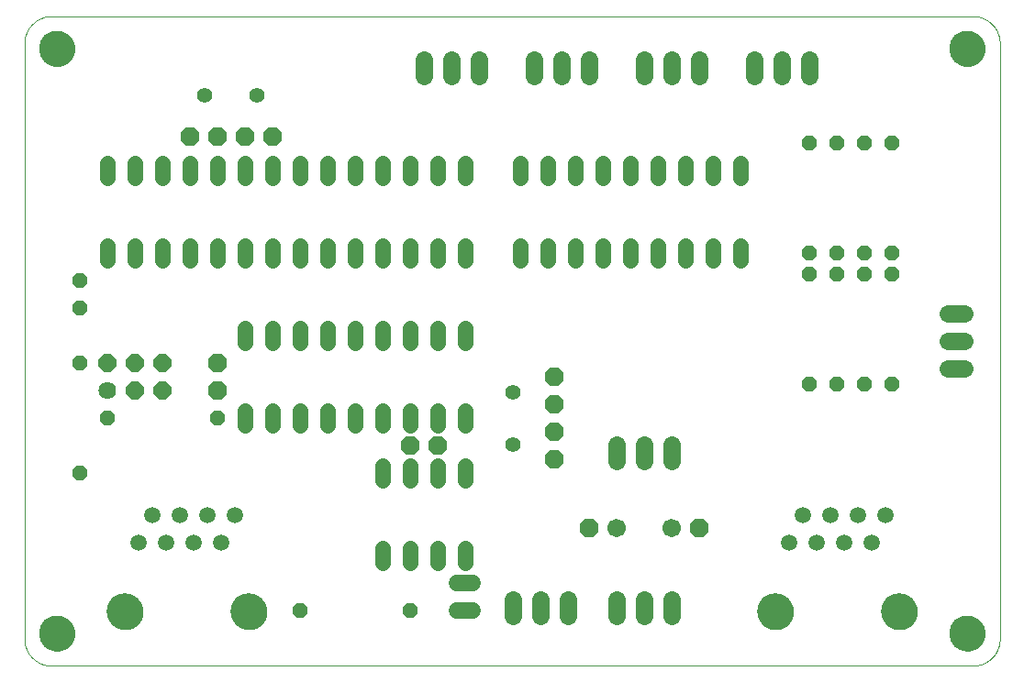
<source format=gbs>
G75*
%MOIN*%
%OFA0B0*%
%FSLAX25Y25*%
%IPPOS*%
%LPD*%
%AMOC8*
5,1,8,0,0,1.08239X$1,22.5*
%
%ADD10C,0.00000*%
%ADD11C,0.12998*%
%ADD12OC8,0.06700*%
%ADD13C,0.06700*%
%ADD14C,0.05600*%
%ADD15C,0.06400*%
%ADD16C,0.06000*%
%ADD17OC8,0.05600*%
%ADD18C,0.05600*%
%ADD19C,0.06400*%
%ADD20OC8,0.06400*%
%ADD21C,0.05900*%
%ADD22C,0.13200*%
D10*
X0026059Y0048303D02*
X0360705Y0048303D01*
X0360943Y0048306D01*
X0361181Y0048314D01*
X0361418Y0048329D01*
X0361655Y0048349D01*
X0361891Y0048375D01*
X0362127Y0048406D01*
X0362362Y0048443D01*
X0362596Y0048486D01*
X0362829Y0048535D01*
X0363061Y0048589D01*
X0363291Y0048649D01*
X0363520Y0048714D01*
X0363747Y0048785D01*
X0363972Y0048861D01*
X0364195Y0048943D01*
X0364417Y0049030D01*
X0364636Y0049122D01*
X0364853Y0049220D01*
X0365067Y0049322D01*
X0365279Y0049430D01*
X0365489Y0049544D01*
X0365695Y0049662D01*
X0365899Y0049785D01*
X0366099Y0049913D01*
X0366296Y0050045D01*
X0366491Y0050183D01*
X0366681Y0050325D01*
X0366869Y0050472D01*
X0367052Y0050623D01*
X0367232Y0050778D01*
X0367408Y0050938D01*
X0367580Y0051102D01*
X0367749Y0051271D01*
X0367913Y0051443D01*
X0368073Y0051619D01*
X0368228Y0051799D01*
X0368379Y0051982D01*
X0368526Y0052170D01*
X0368668Y0052360D01*
X0368806Y0052555D01*
X0368938Y0052752D01*
X0369066Y0052952D01*
X0369189Y0053156D01*
X0369307Y0053362D01*
X0369421Y0053572D01*
X0369529Y0053784D01*
X0369631Y0053998D01*
X0369729Y0054215D01*
X0369821Y0054434D01*
X0369908Y0054656D01*
X0369990Y0054879D01*
X0370066Y0055104D01*
X0370137Y0055331D01*
X0370202Y0055560D01*
X0370262Y0055790D01*
X0370316Y0056022D01*
X0370365Y0056255D01*
X0370408Y0056489D01*
X0370445Y0056724D01*
X0370476Y0056960D01*
X0370502Y0057196D01*
X0370522Y0057433D01*
X0370537Y0057670D01*
X0370545Y0057908D01*
X0370548Y0058146D01*
X0370547Y0058146D02*
X0370547Y0274681D01*
X0370548Y0274681D02*
X0370545Y0274919D01*
X0370537Y0275157D01*
X0370522Y0275394D01*
X0370502Y0275631D01*
X0370476Y0275867D01*
X0370445Y0276103D01*
X0370408Y0276338D01*
X0370365Y0276572D01*
X0370316Y0276805D01*
X0370262Y0277037D01*
X0370202Y0277267D01*
X0370137Y0277496D01*
X0370066Y0277723D01*
X0369990Y0277948D01*
X0369908Y0278171D01*
X0369821Y0278393D01*
X0369729Y0278612D01*
X0369631Y0278829D01*
X0369529Y0279043D01*
X0369421Y0279255D01*
X0369307Y0279465D01*
X0369189Y0279671D01*
X0369066Y0279875D01*
X0368938Y0280075D01*
X0368806Y0280272D01*
X0368668Y0280467D01*
X0368526Y0280657D01*
X0368379Y0280845D01*
X0368228Y0281028D01*
X0368073Y0281208D01*
X0367913Y0281384D01*
X0367749Y0281556D01*
X0367580Y0281725D01*
X0367408Y0281889D01*
X0367232Y0282049D01*
X0367052Y0282204D01*
X0366869Y0282355D01*
X0366681Y0282502D01*
X0366491Y0282644D01*
X0366296Y0282782D01*
X0366099Y0282914D01*
X0365899Y0283042D01*
X0365695Y0283165D01*
X0365489Y0283283D01*
X0365279Y0283397D01*
X0365067Y0283505D01*
X0364853Y0283607D01*
X0364636Y0283705D01*
X0364417Y0283797D01*
X0364195Y0283884D01*
X0363972Y0283966D01*
X0363747Y0284042D01*
X0363520Y0284113D01*
X0363291Y0284178D01*
X0363061Y0284238D01*
X0362829Y0284292D01*
X0362596Y0284341D01*
X0362362Y0284384D01*
X0362127Y0284421D01*
X0361891Y0284452D01*
X0361655Y0284478D01*
X0361418Y0284498D01*
X0361181Y0284513D01*
X0360943Y0284521D01*
X0360705Y0284524D01*
X0026059Y0284524D01*
X0025821Y0284521D01*
X0025583Y0284513D01*
X0025346Y0284498D01*
X0025109Y0284478D01*
X0024873Y0284452D01*
X0024637Y0284421D01*
X0024402Y0284384D01*
X0024168Y0284341D01*
X0023935Y0284292D01*
X0023703Y0284238D01*
X0023473Y0284178D01*
X0023244Y0284113D01*
X0023017Y0284042D01*
X0022792Y0283966D01*
X0022569Y0283884D01*
X0022347Y0283797D01*
X0022128Y0283705D01*
X0021911Y0283607D01*
X0021697Y0283505D01*
X0021485Y0283397D01*
X0021275Y0283283D01*
X0021069Y0283165D01*
X0020865Y0283042D01*
X0020665Y0282914D01*
X0020468Y0282782D01*
X0020273Y0282644D01*
X0020083Y0282502D01*
X0019895Y0282355D01*
X0019712Y0282204D01*
X0019532Y0282049D01*
X0019356Y0281889D01*
X0019184Y0281725D01*
X0019015Y0281556D01*
X0018851Y0281384D01*
X0018691Y0281208D01*
X0018536Y0281028D01*
X0018385Y0280845D01*
X0018238Y0280657D01*
X0018096Y0280467D01*
X0017958Y0280272D01*
X0017826Y0280075D01*
X0017698Y0279875D01*
X0017575Y0279671D01*
X0017457Y0279465D01*
X0017343Y0279255D01*
X0017235Y0279043D01*
X0017133Y0278829D01*
X0017035Y0278612D01*
X0016943Y0278393D01*
X0016856Y0278171D01*
X0016774Y0277948D01*
X0016698Y0277723D01*
X0016627Y0277496D01*
X0016562Y0277267D01*
X0016502Y0277037D01*
X0016448Y0276805D01*
X0016399Y0276572D01*
X0016356Y0276338D01*
X0016319Y0276103D01*
X0016288Y0275867D01*
X0016262Y0275631D01*
X0016242Y0275394D01*
X0016227Y0275157D01*
X0016219Y0274919D01*
X0016216Y0274681D01*
X0016217Y0274681D02*
X0016217Y0058146D01*
X0016216Y0058146D02*
X0016219Y0057908D01*
X0016227Y0057670D01*
X0016242Y0057433D01*
X0016262Y0057196D01*
X0016288Y0056960D01*
X0016319Y0056724D01*
X0016356Y0056489D01*
X0016399Y0056255D01*
X0016448Y0056022D01*
X0016502Y0055790D01*
X0016562Y0055560D01*
X0016627Y0055331D01*
X0016698Y0055104D01*
X0016774Y0054879D01*
X0016856Y0054656D01*
X0016943Y0054434D01*
X0017035Y0054215D01*
X0017133Y0053998D01*
X0017235Y0053784D01*
X0017343Y0053572D01*
X0017457Y0053362D01*
X0017575Y0053156D01*
X0017698Y0052952D01*
X0017826Y0052752D01*
X0017958Y0052555D01*
X0018096Y0052360D01*
X0018238Y0052170D01*
X0018385Y0051982D01*
X0018536Y0051799D01*
X0018691Y0051619D01*
X0018851Y0051443D01*
X0019015Y0051271D01*
X0019184Y0051102D01*
X0019356Y0050938D01*
X0019532Y0050778D01*
X0019712Y0050623D01*
X0019895Y0050472D01*
X0020083Y0050325D01*
X0020273Y0050183D01*
X0020468Y0050045D01*
X0020665Y0049913D01*
X0020865Y0049785D01*
X0021069Y0049662D01*
X0021275Y0049544D01*
X0021485Y0049430D01*
X0021697Y0049322D01*
X0021911Y0049220D01*
X0022128Y0049122D01*
X0022347Y0049030D01*
X0022569Y0048943D01*
X0022792Y0048861D01*
X0023017Y0048785D01*
X0023244Y0048714D01*
X0023473Y0048649D01*
X0023703Y0048589D01*
X0023935Y0048535D01*
X0024168Y0048486D01*
X0024402Y0048443D01*
X0024637Y0048406D01*
X0024873Y0048375D01*
X0025109Y0048349D01*
X0025346Y0048329D01*
X0025583Y0048314D01*
X0025821Y0048306D01*
X0026059Y0048303D01*
X0021729Y0060114D02*
X0021731Y0060272D01*
X0021737Y0060430D01*
X0021747Y0060588D01*
X0021761Y0060746D01*
X0021779Y0060903D01*
X0021800Y0061060D01*
X0021826Y0061216D01*
X0021856Y0061372D01*
X0021889Y0061527D01*
X0021927Y0061680D01*
X0021968Y0061833D01*
X0022013Y0061985D01*
X0022062Y0062136D01*
X0022115Y0062285D01*
X0022171Y0062433D01*
X0022231Y0062579D01*
X0022295Y0062724D01*
X0022363Y0062867D01*
X0022434Y0063009D01*
X0022508Y0063149D01*
X0022586Y0063286D01*
X0022668Y0063422D01*
X0022752Y0063556D01*
X0022841Y0063687D01*
X0022932Y0063816D01*
X0023027Y0063943D01*
X0023124Y0064068D01*
X0023225Y0064190D01*
X0023329Y0064309D01*
X0023436Y0064426D01*
X0023546Y0064540D01*
X0023659Y0064651D01*
X0023774Y0064760D01*
X0023892Y0064865D01*
X0024013Y0064967D01*
X0024136Y0065067D01*
X0024262Y0065163D01*
X0024390Y0065256D01*
X0024520Y0065346D01*
X0024653Y0065432D01*
X0024788Y0065516D01*
X0024924Y0065595D01*
X0025063Y0065672D01*
X0025204Y0065744D01*
X0025346Y0065814D01*
X0025490Y0065879D01*
X0025636Y0065941D01*
X0025783Y0065999D01*
X0025932Y0066054D01*
X0026082Y0066105D01*
X0026233Y0066152D01*
X0026385Y0066195D01*
X0026538Y0066234D01*
X0026693Y0066270D01*
X0026848Y0066301D01*
X0027004Y0066329D01*
X0027160Y0066353D01*
X0027317Y0066373D01*
X0027475Y0066389D01*
X0027632Y0066401D01*
X0027791Y0066409D01*
X0027949Y0066413D01*
X0028107Y0066413D01*
X0028265Y0066409D01*
X0028424Y0066401D01*
X0028581Y0066389D01*
X0028739Y0066373D01*
X0028896Y0066353D01*
X0029052Y0066329D01*
X0029208Y0066301D01*
X0029363Y0066270D01*
X0029518Y0066234D01*
X0029671Y0066195D01*
X0029823Y0066152D01*
X0029974Y0066105D01*
X0030124Y0066054D01*
X0030273Y0065999D01*
X0030420Y0065941D01*
X0030566Y0065879D01*
X0030710Y0065814D01*
X0030852Y0065744D01*
X0030993Y0065672D01*
X0031132Y0065595D01*
X0031268Y0065516D01*
X0031403Y0065432D01*
X0031536Y0065346D01*
X0031666Y0065256D01*
X0031794Y0065163D01*
X0031920Y0065067D01*
X0032043Y0064967D01*
X0032164Y0064865D01*
X0032282Y0064760D01*
X0032397Y0064651D01*
X0032510Y0064540D01*
X0032620Y0064426D01*
X0032727Y0064309D01*
X0032831Y0064190D01*
X0032932Y0064068D01*
X0033029Y0063943D01*
X0033124Y0063816D01*
X0033215Y0063687D01*
X0033304Y0063556D01*
X0033388Y0063422D01*
X0033470Y0063286D01*
X0033548Y0063149D01*
X0033622Y0063009D01*
X0033693Y0062867D01*
X0033761Y0062724D01*
X0033825Y0062579D01*
X0033885Y0062433D01*
X0033941Y0062285D01*
X0033994Y0062136D01*
X0034043Y0061985D01*
X0034088Y0061833D01*
X0034129Y0061680D01*
X0034167Y0061527D01*
X0034200Y0061372D01*
X0034230Y0061216D01*
X0034256Y0061060D01*
X0034277Y0060903D01*
X0034295Y0060746D01*
X0034309Y0060588D01*
X0034319Y0060430D01*
X0034325Y0060272D01*
X0034327Y0060114D01*
X0034325Y0059956D01*
X0034319Y0059798D01*
X0034309Y0059640D01*
X0034295Y0059482D01*
X0034277Y0059325D01*
X0034256Y0059168D01*
X0034230Y0059012D01*
X0034200Y0058856D01*
X0034167Y0058701D01*
X0034129Y0058548D01*
X0034088Y0058395D01*
X0034043Y0058243D01*
X0033994Y0058092D01*
X0033941Y0057943D01*
X0033885Y0057795D01*
X0033825Y0057649D01*
X0033761Y0057504D01*
X0033693Y0057361D01*
X0033622Y0057219D01*
X0033548Y0057079D01*
X0033470Y0056942D01*
X0033388Y0056806D01*
X0033304Y0056672D01*
X0033215Y0056541D01*
X0033124Y0056412D01*
X0033029Y0056285D01*
X0032932Y0056160D01*
X0032831Y0056038D01*
X0032727Y0055919D01*
X0032620Y0055802D01*
X0032510Y0055688D01*
X0032397Y0055577D01*
X0032282Y0055468D01*
X0032164Y0055363D01*
X0032043Y0055261D01*
X0031920Y0055161D01*
X0031794Y0055065D01*
X0031666Y0054972D01*
X0031536Y0054882D01*
X0031403Y0054796D01*
X0031268Y0054712D01*
X0031132Y0054633D01*
X0030993Y0054556D01*
X0030852Y0054484D01*
X0030710Y0054414D01*
X0030566Y0054349D01*
X0030420Y0054287D01*
X0030273Y0054229D01*
X0030124Y0054174D01*
X0029974Y0054123D01*
X0029823Y0054076D01*
X0029671Y0054033D01*
X0029518Y0053994D01*
X0029363Y0053958D01*
X0029208Y0053927D01*
X0029052Y0053899D01*
X0028896Y0053875D01*
X0028739Y0053855D01*
X0028581Y0053839D01*
X0028424Y0053827D01*
X0028265Y0053819D01*
X0028107Y0053815D01*
X0027949Y0053815D01*
X0027791Y0053819D01*
X0027632Y0053827D01*
X0027475Y0053839D01*
X0027317Y0053855D01*
X0027160Y0053875D01*
X0027004Y0053899D01*
X0026848Y0053927D01*
X0026693Y0053958D01*
X0026538Y0053994D01*
X0026385Y0054033D01*
X0026233Y0054076D01*
X0026082Y0054123D01*
X0025932Y0054174D01*
X0025783Y0054229D01*
X0025636Y0054287D01*
X0025490Y0054349D01*
X0025346Y0054414D01*
X0025204Y0054484D01*
X0025063Y0054556D01*
X0024924Y0054633D01*
X0024788Y0054712D01*
X0024653Y0054796D01*
X0024520Y0054882D01*
X0024390Y0054972D01*
X0024262Y0055065D01*
X0024136Y0055161D01*
X0024013Y0055261D01*
X0023892Y0055363D01*
X0023774Y0055468D01*
X0023659Y0055577D01*
X0023546Y0055688D01*
X0023436Y0055802D01*
X0023329Y0055919D01*
X0023225Y0056038D01*
X0023124Y0056160D01*
X0023027Y0056285D01*
X0022932Y0056412D01*
X0022841Y0056541D01*
X0022752Y0056672D01*
X0022668Y0056806D01*
X0022586Y0056942D01*
X0022508Y0057079D01*
X0022434Y0057219D01*
X0022363Y0057361D01*
X0022295Y0057504D01*
X0022231Y0057649D01*
X0022171Y0057795D01*
X0022115Y0057943D01*
X0022062Y0058092D01*
X0022013Y0058243D01*
X0021968Y0058395D01*
X0021927Y0058548D01*
X0021889Y0058701D01*
X0021856Y0058856D01*
X0021826Y0059012D01*
X0021800Y0059168D01*
X0021779Y0059325D01*
X0021761Y0059482D01*
X0021747Y0059640D01*
X0021737Y0059798D01*
X0021731Y0059956D01*
X0021729Y0060114D01*
X0046372Y0067988D02*
X0046374Y0068148D01*
X0046380Y0068307D01*
X0046390Y0068466D01*
X0046404Y0068625D01*
X0046422Y0068784D01*
X0046443Y0068942D01*
X0046469Y0069099D01*
X0046499Y0069256D01*
X0046532Y0069412D01*
X0046570Y0069567D01*
X0046611Y0069721D01*
X0046656Y0069874D01*
X0046705Y0070026D01*
X0046758Y0070177D01*
X0046814Y0070326D01*
X0046875Y0070474D01*
X0046938Y0070620D01*
X0047006Y0070765D01*
X0047077Y0070908D01*
X0047151Y0071049D01*
X0047229Y0071188D01*
X0047311Y0071325D01*
X0047396Y0071460D01*
X0047484Y0071593D01*
X0047576Y0071724D01*
X0047670Y0071852D01*
X0047768Y0071978D01*
X0047869Y0072102D01*
X0047973Y0072223D01*
X0048080Y0072341D01*
X0048190Y0072457D01*
X0048303Y0072570D01*
X0048419Y0072680D01*
X0048537Y0072787D01*
X0048658Y0072891D01*
X0048782Y0072992D01*
X0048908Y0073090D01*
X0049036Y0073184D01*
X0049167Y0073276D01*
X0049300Y0073364D01*
X0049435Y0073449D01*
X0049572Y0073531D01*
X0049711Y0073609D01*
X0049852Y0073683D01*
X0049995Y0073754D01*
X0050140Y0073822D01*
X0050286Y0073885D01*
X0050434Y0073946D01*
X0050583Y0074002D01*
X0050734Y0074055D01*
X0050886Y0074104D01*
X0051039Y0074149D01*
X0051193Y0074190D01*
X0051348Y0074228D01*
X0051504Y0074261D01*
X0051661Y0074291D01*
X0051818Y0074317D01*
X0051976Y0074338D01*
X0052135Y0074356D01*
X0052294Y0074370D01*
X0052453Y0074380D01*
X0052612Y0074386D01*
X0052772Y0074388D01*
X0052932Y0074386D01*
X0053091Y0074380D01*
X0053250Y0074370D01*
X0053409Y0074356D01*
X0053568Y0074338D01*
X0053726Y0074317D01*
X0053883Y0074291D01*
X0054040Y0074261D01*
X0054196Y0074228D01*
X0054351Y0074190D01*
X0054505Y0074149D01*
X0054658Y0074104D01*
X0054810Y0074055D01*
X0054961Y0074002D01*
X0055110Y0073946D01*
X0055258Y0073885D01*
X0055404Y0073822D01*
X0055549Y0073754D01*
X0055692Y0073683D01*
X0055833Y0073609D01*
X0055972Y0073531D01*
X0056109Y0073449D01*
X0056244Y0073364D01*
X0056377Y0073276D01*
X0056508Y0073184D01*
X0056636Y0073090D01*
X0056762Y0072992D01*
X0056886Y0072891D01*
X0057007Y0072787D01*
X0057125Y0072680D01*
X0057241Y0072570D01*
X0057354Y0072457D01*
X0057464Y0072341D01*
X0057571Y0072223D01*
X0057675Y0072102D01*
X0057776Y0071978D01*
X0057874Y0071852D01*
X0057968Y0071724D01*
X0058060Y0071593D01*
X0058148Y0071460D01*
X0058233Y0071325D01*
X0058315Y0071188D01*
X0058393Y0071049D01*
X0058467Y0070908D01*
X0058538Y0070765D01*
X0058606Y0070620D01*
X0058669Y0070474D01*
X0058730Y0070326D01*
X0058786Y0070177D01*
X0058839Y0070026D01*
X0058888Y0069874D01*
X0058933Y0069721D01*
X0058974Y0069567D01*
X0059012Y0069412D01*
X0059045Y0069256D01*
X0059075Y0069099D01*
X0059101Y0068942D01*
X0059122Y0068784D01*
X0059140Y0068625D01*
X0059154Y0068466D01*
X0059164Y0068307D01*
X0059170Y0068148D01*
X0059172Y0067988D01*
X0059170Y0067828D01*
X0059164Y0067669D01*
X0059154Y0067510D01*
X0059140Y0067351D01*
X0059122Y0067192D01*
X0059101Y0067034D01*
X0059075Y0066877D01*
X0059045Y0066720D01*
X0059012Y0066564D01*
X0058974Y0066409D01*
X0058933Y0066255D01*
X0058888Y0066102D01*
X0058839Y0065950D01*
X0058786Y0065799D01*
X0058730Y0065650D01*
X0058669Y0065502D01*
X0058606Y0065356D01*
X0058538Y0065211D01*
X0058467Y0065068D01*
X0058393Y0064927D01*
X0058315Y0064788D01*
X0058233Y0064651D01*
X0058148Y0064516D01*
X0058060Y0064383D01*
X0057968Y0064252D01*
X0057874Y0064124D01*
X0057776Y0063998D01*
X0057675Y0063874D01*
X0057571Y0063753D01*
X0057464Y0063635D01*
X0057354Y0063519D01*
X0057241Y0063406D01*
X0057125Y0063296D01*
X0057007Y0063189D01*
X0056886Y0063085D01*
X0056762Y0062984D01*
X0056636Y0062886D01*
X0056508Y0062792D01*
X0056377Y0062700D01*
X0056244Y0062612D01*
X0056109Y0062527D01*
X0055972Y0062445D01*
X0055833Y0062367D01*
X0055692Y0062293D01*
X0055549Y0062222D01*
X0055404Y0062154D01*
X0055258Y0062091D01*
X0055110Y0062030D01*
X0054961Y0061974D01*
X0054810Y0061921D01*
X0054658Y0061872D01*
X0054505Y0061827D01*
X0054351Y0061786D01*
X0054196Y0061748D01*
X0054040Y0061715D01*
X0053883Y0061685D01*
X0053726Y0061659D01*
X0053568Y0061638D01*
X0053409Y0061620D01*
X0053250Y0061606D01*
X0053091Y0061596D01*
X0052932Y0061590D01*
X0052772Y0061588D01*
X0052612Y0061590D01*
X0052453Y0061596D01*
X0052294Y0061606D01*
X0052135Y0061620D01*
X0051976Y0061638D01*
X0051818Y0061659D01*
X0051661Y0061685D01*
X0051504Y0061715D01*
X0051348Y0061748D01*
X0051193Y0061786D01*
X0051039Y0061827D01*
X0050886Y0061872D01*
X0050734Y0061921D01*
X0050583Y0061974D01*
X0050434Y0062030D01*
X0050286Y0062091D01*
X0050140Y0062154D01*
X0049995Y0062222D01*
X0049852Y0062293D01*
X0049711Y0062367D01*
X0049572Y0062445D01*
X0049435Y0062527D01*
X0049300Y0062612D01*
X0049167Y0062700D01*
X0049036Y0062792D01*
X0048908Y0062886D01*
X0048782Y0062984D01*
X0048658Y0063085D01*
X0048537Y0063189D01*
X0048419Y0063296D01*
X0048303Y0063406D01*
X0048190Y0063519D01*
X0048080Y0063635D01*
X0047973Y0063753D01*
X0047869Y0063874D01*
X0047768Y0063998D01*
X0047670Y0064124D01*
X0047576Y0064252D01*
X0047484Y0064383D01*
X0047396Y0064516D01*
X0047311Y0064651D01*
X0047229Y0064788D01*
X0047151Y0064927D01*
X0047077Y0065068D01*
X0047006Y0065211D01*
X0046938Y0065356D01*
X0046875Y0065502D01*
X0046814Y0065650D01*
X0046758Y0065799D01*
X0046705Y0065950D01*
X0046656Y0066102D01*
X0046611Y0066255D01*
X0046570Y0066409D01*
X0046532Y0066564D01*
X0046499Y0066720D01*
X0046469Y0066877D01*
X0046443Y0067034D01*
X0046422Y0067192D01*
X0046404Y0067351D01*
X0046390Y0067510D01*
X0046380Y0067669D01*
X0046374Y0067828D01*
X0046372Y0067988D01*
X0091372Y0067988D02*
X0091374Y0068148D01*
X0091380Y0068307D01*
X0091390Y0068466D01*
X0091404Y0068625D01*
X0091422Y0068784D01*
X0091443Y0068942D01*
X0091469Y0069099D01*
X0091499Y0069256D01*
X0091532Y0069412D01*
X0091570Y0069567D01*
X0091611Y0069721D01*
X0091656Y0069874D01*
X0091705Y0070026D01*
X0091758Y0070177D01*
X0091814Y0070326D01*
X0091875Y0070474D01*
X0091938Y0070620D01*
X0092006Y0070765D01*
X0092077Y0070908D01*
X0092151Y0071049D01*
X0092229Y0071188D01*
X0092311Y0071325D01*
X0092396Y0071460D01*
X0092484Y0071593D01*
X0092576Y0071724D01*
X0092670Y0071852D01*
X0092768Y0071978D01*
X0092869Y0072102D01*
X0092973Y0072223D01*
X0093080Y0072341D01*
X0093190Y0072457D01*
X0093303Y0072570D01*
X0093419Y0072680D01*
X0093537Y0072787D01*
X0093658Y0072891D01*
X0093782Y0072992D01*
X0093908Y0073090D01*
X0094036Y0073184D01*
X0094167Y0073276D01*
X0094300Y0073364D01*
X0094435Y0073449D01*
X0094572Y0073531D01*
X0094711Y0073609D01*
X0094852Y0073683D01*
X0094995Y0073754D01*
X0095140Y0073822D01*
X0095286Y0073885D01*
X0095434Y0073946D01*
X0095583Y0074002D01*
X0095734Y0074055D01*
X0095886Y0074104D01*
X0096039Y0074149D01*
X0096193Y0074190D01*
X0096348Y0074228D01*
X0096504Y0074261D01*
X0096661Y0074291D01*
X0096818Y0074317D01*
X0096976Y0074338D01*
X0097135Y0074356D01*
X0097294Y0074370D01*
X0097453Y0074380D01*
X0097612Y0074386D01*
X0097772Y0074388D01*
X0097932Y0074386D01*
X0098091Y0074380D01*
X0098250Y0074370D01*
X0098409Y0074356D01*
X0098568Y0074338D01*
X0098726Y0074317D01*
X0098883Y0074291D01*
X0099040Y0074261D01*
X0099196Y0074228D01*
X0099351Y0074190D01*
X0099505Y0074149D01*
X0099658Y0074104D01*
X0099810Y0074055D01*
X0099961Y0074002D01*
X0100110Y0073946D01*
X0100258Y0073885D01*
X0100404Y0073822D01*
X0100549Y0073754D01*
X0100692Y0073683D01*
X0100833Y0073609D01*
X0100972Y0073531D01*
X0101109Y0073449D01*
X0101244Y0073364D01*
X0101377Y0073276D01*
X0101508Y0073184D01*
X0101636Y0073090D01*
X0101762Y0072992D01*
X0101886Y0072891D01*
X0102007Y0072787D01*
X0102125Y0072680D01*
X0102241Y0072570D01*
X0102354Y0072457D01*
X0102464Y0072341D01*
X0102571Y0072223D01*
X0102675Y0072102D01*
X0102776Y0071978D01*
X0102874Y0071852D01*
X0102968Y0071724D01*
X0103060Y0071593D01*
X0103148Y0071460D01*
X0103233Y0071325D01*
X0103315Y0071188D01*
X0103393Y0071049D01*
X0103467Y0070908D01*
X0103538Y0070765D01*
X0103606Y0070620D01*
X0103669Y0070474D01*
X0103730Y0070326D01*
X0103786Y0070177D01*
X0103839Y0070026D01*
X0103888Y0069874D01*
X0103933Y0069721D01*
X0103974Y0069567D01*
X0104012Y0069412D01*
X0104045Y0069256D01*
X0104075Y0069099D01*
X0104101Y0068942D01*
X0104122Y0068784D01*
X0104140Y0068625D01*
X0104154Y0068466D01*
X0104164Y0068307D01*
X0104170Y0068148D01*
X0104172Y0067988D01*
X0104170Y0067828D01*
X0104164Y0067669D01*
X0104154Y0067510D01*
X0104140Y0067351D01*
X0104122Y0067192D01*
X0104101Y0067034D01*
X0104075Y0066877D01*
X0104045Y0066720D01*
X0104012Y0066564D01*
X0103974Y0066409D01*
X0103933Y0066255D01*
X0103888Y0066102D01*
X0103839Y0065950D01*
X0103786Y0065799D01*
X0103730Y0065650D01*
X0103669Y0065502D01*
X0103606Y0065356D01*
X0103538Y0065211D01*
X0103467Y0065068D01*
X0103393Y0064927D01*
X0103315Y0064788D01*
X0103233Y0064651D01*
X0103148Y0064516D01*
X0103060Y0064383D01*
X0102968Y0064252D01*
X0102874Y0064124D01*
X0102776Y0063998D01*
X0102675Y0063874D01*
X0102571Y0063753D01*
X0102464Y0063635D01*
X0102354Y0063519D01*
X0102241Y0063406D01*
X0102125Y0063296D01*
X0102007Y0063189D01*
X0101886Y0063085D01*
X0101762Y0062984D01*
X0101636Y0062886D01*
X0101508Y0062792D01*
X0101377Y0062700D01*
X0101244Y0062612D01*
X0101109Y0062527D01*
X0100972Y0062445D01*
X0100833Y0062367D01*
X0100692Y0062293D01*
X0100549Y0062222D01*
X0100404Y0062154D01*
X0100258Y0062091D01*
X0100110Y0062030D01*
X0099961Y0061974D01*
X0099810Y0061921D01*
X0099658Y0061872D01*
X0099505Y0061827D01*
X0099351Y0061786D01*
X0099196Y0061748D01*
X0099040Y0061715D01*
X0098883Y0061685D01*
X0098726Y0061659D01*
X0098568Y0061638D01*
X0098409Y0061620D01*
X0098250Y0061606D01*
X0098091Y0061596D01*
X0097932Y0061590D01*
X0097772Y0061588D01*
X0097612Y0061590D01*
X0097453Y0061596D01*
X0097294Y0061606D01*
X0097135Y0061620D01*
X0096976Y0061638D01*
X0096818Y0061659D01*
X0096661Y0061685D01*
X0096504Y0061715D01*
X0096348Y0061748D01*
X0096193Y0061786D01*
X0096039Y0061827D01*
X0095886Y0061872D01*
X0095734Y0061921D01*
X0095583Y0061974D01*
X0095434Y0062030D01*
X0095286Y0062091D01*
X0095140Y0062154D01*
X0094995Y0062222D01*
X0094852Y0062293D01*
X0094711Y0062367D01*
X0094572Y0062445D01*
X0094435Y0062527D01*
X0094300Y0062612D01*
X0094167Y0062700D01*
X0094036Y0062792D01*
X0093908Y0062886D01*
X0093782Y0062984D01*
X0093658Y0063085D01*
X0093537Y0063189D01*
X0093419Y0063296D01*
X0093303Y0063406D01*
X0093190Y0063519D01*
X0093080Y0063635D01*
X0092973Y0063753D01*
X0092869Y0063874D01*
X0092768Y0063998D01*
X0092670Y0064124D01*
X0092576Y0064252D01*
X0092484Y0064383D01*
X0092396Y0064516D01*
X0092311Y0064651D01*
X0092229Y0064788D01*
X0092151Y0064927D01*
X0092077Y0065068D01*
X0092006Y0065211D01*
X0091938Y0065356D01*
X0091875Y0065502D01*
X0091814Y0065650D01*
X0091758Y0065799D01*
X0091705Y0065950D01*
X0091656Y0066102D01*
X0091611Y0066255D01*
X0091570Y0066409D01*
X0091532Y0066564D01*
X0091499Y0066720D01*
X0091469Y0066877D01*
X0091443Y0067034D01*
X0091422Y0067192D01*
X0091404Y0067351D01*
X0091390Y0067510D01*
X0091380Y0067669D01*
X0091374Y0067828D01*
X0091372Y0067988D01*
X0282592Y0067988D02*
X0282594Y0068148D01*
X0282600Y0068307D01*
X0282610Y0068466D01*
X0282624Y0068625D01*
X0282642Y0068784D01*
X0282663Y0068942D01*
X0282689Y0069099D01*
X0282719Y0069256D01*
X0282752Y0069412D01*
X0282790Y0069567D01*
X0282831Y0069721D01*
X0282876Y0069874D01*
X0282925Y0070026D01*
X0282978Y0070177D01*
X0283034Y0070326D01*
X0283095Y0070474D01*
X0283158Y0070620D01*
X0283226Y0070765D01*
X0283297Y0070908D01*
X0283371Y0071049D01*
X0283449Y0071188D01*
X0283531Y0071325D01*
X0283616Y0071460D01*
X0283704Y0071593D01*
X0283796Y0071724D01*
X0283890Y0071852D01*
X0283988Y0071978D01*
X0284089Y0072102D01*
X0284193Y0072223D01*
X0284300Y0072341D01*
X0284410Y0072457D01*
X0284523Y0072570D01*
X0284639Y0072680D01*
X0284757Y0072787D01*
X0284878Y0072891D01*
X0285002Y0072992D01*
X0285128Y0073090D01*
X0285256Y0073184D01*
X0285387Y0073276D01*
X0285520Y0073364D01*
X0285655Y0073449D01*
X0285792Y0073531D01*
X0285931Y0073609D01*
X0286072Y0073683D01*
X0286215Y0073754D01*
X0286360Y0073822D01*
X0286506Y0073885D01*
X0286654Y0073946D01*
X0286803Y0074002D01*
X0286954Y0074055D01*
X0287106Y0074104D01*
X0287259Y0074149D01*
X0287413Y0074190D01*
X0287568Y0074228D01*
X0287724Y0074261D01*
X0287881Y0074291D01*
X0288038Y0074317D01*
X0288196Y0074338D01*
X0288355Y0074356D01*
X0288514Y0074370D01*
X0288673Y0074380D01*
X0288832Y0074386D01*
X0288992Y0074388D01*
X0289152Y0074386D01*
X0289311Y0074380D01*
X0289470Y0074370D01*
X0289629Y0074356D01*
X0289788Y0074338D01*
X0289946Y0074317D01*
X0290103Y0074291D01*
X0290260Y0074261D01*
X0290416Y0074228D01*
X0290571Y0074190D01*
X0290725Y0074149D01*
X0290878Y0074104D01*
X0291030Y0074055D01*
X0291181Y0074002D01*
X0291330Y0073946D01*
X0291478Y0073885D01*
X0291624Y0073822D01*
X0291769Y0073754D01*
X0291912Y0073683D01*
X0292053Y0073609D01*
X0292192Y0073531D01*
X0292329Y0073449D01*
X0292464Y0073364D01*
X0292597Y0073276D01*
X0292728Y0073184D01*
X0292856Y0073090D01*
X0292982Y0072992D01*
X0293106Y0072891D01*
X0293227Y0072787D01*
X0293345Y0072680D01*
X0293461Y0072570D01*
X0293574Y0072457D01*
X0293684Y0072341D01*
X0293791Y0072223D01*
X0293895Y0072102D01*
X0293996Y0071978D01*
X0294094Y0071852D01*
X0294188Y0071724D01*
X0294280Y0071593D01*
X0294368Y0071460D01*
X0294453Y0071325D01*
X0294535Y0071188D01*
X0294613Y0071049D01*
X0294687Y0070908D01*
X0294758Y0070765D01*
X0294826Y0070620D01*
X0294889Y0070474D01*
X0294950Y0070326D01*
X0295006Y0070177D01*
X0295059Y0070026D01*
X0295108Y0069874D01*
X0295153Y0069721D01*
X0295194Y0069567D01*
X0295232Y0069412D01*
X0295265Y0069256D01*
X0295295Y0069099D01*
X0295321Y0068942D01*
X0295342Y0068784D01*
X0295360Y0068625D01*
X0295374Y0068466D01*
X0295384Y0068307D01*
X0295390Y0068148D01*
X0295392Y0067988D01*
X0295390Y0067828D01*
X0295384Y0067669D01*
X0295374Y0067510D01*
X0295360Y0067351D01*
X0295342Y0067192D01*
X0295321Y0067034D01*
X0295295Y0066877D01*
X0295265Y0066720D01*
X0295232Y0066564D01*
X0295194Y0066409D01*
X0295153Y0066255D01*
X0295108Y0066102D01*
X0295059Y0065950D01*
X0295006Y0065799D01*
X0294950Y0065650D01*
X0294889Y0065502D01*
X0294826Y0065356D01*
X0294758Y0065211D01*
X0294687Y0065068D01*
X0294613Y0064927D01*
X0294535Y0064788D01*
X0294453Y0064651D01*
X0294368Y0064516D01*
X0294280Y0064383D01*
X0294188Y0064252D01*
X0294094Y0064124D01*
X0293996Y0063998D01*
X0293895Y0063874D01*
X0293791Y0063753D01*
X0293684Y0063635D01*
X0293574Y0063519D01*
X0293461Y0063406D01*
X0293345Y0063296D01*
X0293227Y0063189D01*
X0293106Y0063085D01*
X0292982Y0062984D01*
X0292856Y0062886D01*
X0292728Y0062792D01*
X0292597Y0062700D01*
X0292464Y0062612D01*
X0292329Y0062527D01*
X0292192Y0062445D01*
X0292053Y0062367D01*
X0291912Y0062293D01*
X0291769Y0062222D01*
X0291624Y0062154D01*
X0291478Y0062091D01*
X0291330Y0062030D01*
X0291181Y0061974D01*
X0291030Y0061921D01*
X0290878Y0061872D01*
X0290725Y0061827D01*
X0290571Y0061786D01*
X0290416Y0061748D01*
X0290260Y0061715D01*
X0290103Y0061685D01*
X0289946Y0061659D01*
X0289788Y0061638D01*
X0289629Y0061620D01*
X0289470Y0061606D01*
X0289311Y0061596D01*
X0289152Y0061590D01*
X0288992Y0061588D01*
X0288832Y0061590D01*
X0288673Y0061596D01*
X0288514Y0061606D01*
X0288355Y0061620D01*
X0288196Y0061638D01*
X0288038Y0061659D01*
X0287881Y0061685D01*
X0287724Y0061715D01*
X0287568Y0061748D01*
X0287413Y0061786D01*
X0287259Y0061827D01*
X0287106Y0061872D01*
X0286954Y0061921D01*
X0286803Y0061974D01*
X0286654Y0062030D01*
X0286506Y0062091D01*
X0286360Y0062154D01*
X0286215Y0062222D01*
X0286072Y0062293D01*
X0285931Y0062367D01*
X0285792Y0062445D01*
X0285655Y0062527D01*
X0285520Y0062612D01*
X0285387Y0062700D01*
X0285256Y0062792D01*
X0285128Y0062886D01*
X0285002Y0062984D01*
X0284878Y0063085D01*
X0284757Y0063189D01*
X0284639Y0063296D01*
X0284523Y0063406D01*
X0284410Y0063519D01*
X0284300Y0063635D01*
X0284193Y0063753D01*
X0284089Y0063874D01*
X0283988Y0063998D01*
X0283890Y0064124D01*
X0283796Y0064252D01*
X0283704Y0064383D01*
X0283616Y0064516D01*
X0283531Y0064651D01*
X0283449Y0064788D01*
X0283371Y0064927D01*
X0283297Y0065068D01*
X0283226Y0065211D01*
X0283158Y0065356D01*
X0283095Y0065502D01*
X0283034Y0065650D01*
X0282978Y0065799D01*
X0282925Y0065950D01*
X0282876Y0066102D01*
X0282831Y0066255D01*
X0282790Y0066409D01*
X0282752Y0066564D01*
X0282719Y0066720D01*
X0282689Y0066877D01*
X0282663Y0067034D01*
X0282642Y0067192D01*
X0282624Y0067351D01*
X0282610Y0067510D01*
X0282600Y0067669D01*
X0282594Y0067828D01*
X0282592Y0067988D01*
X0327592Y0067988D02*
X0327594Y0068148D01*
X0327600Y0068307D01*
X0327610Y0068466D01*
X0327624Y0068625D01*
X0327642Y0068784D01*
X0327663Y0068942D01*
X0327689Y0069099D01*
X0327719Y0069256D01*
X0327752Y0069412D01*
X0327790Y0069567D01*
X0327831Y0069721D01*
X0327876Y0069874D01*
X0327925Y0070026D01*
X0327978Y0070177D01*
X0328034Y0070326D01*
X0328095Y0070474D01*
X0328158Y0070620D01*
X0328226Y0070765D01*
X0328297Y0070908D01*
X0328371Y0071049D01*
X0328449Y0071188D01*
X0328531Y0071325D01*
X0328616Y0071460D01*
X0328704Y0071593D01*
X0328796Y0071724D01*
X0328890Y0071852D01*
X0328988Y0071978D01*
X0329089Y0072102D01*
X0329193Y0072223D01*
X0329300Y0072341D01*
X0329410Y0072457D01*
X0329523Y0072570D01*
X0329639Y0072680D01*
X0329757Y0072787D01*
X0329878Y0072891D01*
X0330002Y0072992D01*
X0330128Y0073090D01*
X0330256Y0073184D01*
X0330387Y0073276D01*
X0330520Y0073364D01*
X0330655Y0073449D01*
X0330792Y0073531D01*
X0330931Y0073609D01*
X0331072Y0073683D01*
X0331215Y0073754D01*
X0331360Y0073822D01*
X0331506Y0073885D01*
X0331654Y0073946D01*
X0331803Y0074002D01*
X0331954Y0074055D01*
X0332106Y0074104D01*
X0332259Y0074149D01*
X0332413Y0074190D01*
X0332568Y0074228D01*
X0332724Y0074261D01*
X0332881Y0074291D01*
X0333038Y0074317D01*
X0333196Y0074338D01*
X0333355Y0074356D01*
X0333514Y0074370D01*
X0333673Y0074380D01*
X0333832Y0074386D01*
X0333992Y0074388D01*
X0334152Y0074386D01*
X0334311Y0074380D01*
X0334470Y0074370D01*
X0334629Y0074356D01*
X0334788Y0074338D01*
X0334946Y0074317D01*
X0335103Y0074291D01*
X0335260Y0074261D01*
X0335416Y0074228D01*
X0335571Y0074190D01*
X0335725Y0074149D01*
X0335878Y0074104D01*
X0336030Y0074055D01*
X0336181Y0074002D01*
X0336330Y0073946D01*
X0336478Y0073885D01*
X0336624Y0073822D01*
X0336769Y0073754D01*
X0336912Y0073683D01*
X0337053Y0073609D01*
X0337192Y0073531D01*
X0337329Y0073449D01*
X0337464Y0073364D01*
X0337597Y0073276D01*
X0337728Y0073184D01*
X0337856Y0073090D01*
X0337982Y0072992D01*
X0338106Y0072891D01*
X0338227Y0072787D01*
X0338345Y0072680D01*
X0338461Y0072570D01*
X0338574Y0072457D01*
X0338684Y0072341D01*
X0338791Y0072223D01*
X0338895Y0072102D01*
X0338996Y0071978D01*
X0339094Y0071852D01*
X0339188Y0071724D01*
X0339280Y0071593D01*
X0339368Y0071460D01*
X0339453Y0071325D01*
X0339535Y0071188D01*
X0339613Y0071049D01*
X0339687Y0070908D01*
X0339758Y0070765D01*
X0339826Y0070620D01*
X0339889Y0070474D01*
X0339950Y0070326D01*
X0340006Y0070177D01*
X0340059Y0070026D01*
X0340108Y0069874D01*
X0340153Y0069721D01*
X0340194Y0069567D01*
X0340232Y0069412D01*
X0340265Y0069256D01*
X0340295Y0069099D01*
X0340321Y0068942D01*
X0340342Y0068784D01*
X0340360Y0068625D01*
X0340374Y0068466D01*
X0340384Y0068307D01*
X0340390Y0068148D01*
X0340392Y0067988D01*
X0340390Y0067828D01*
X0340384Y0067669D01*
X0340374Y0067510D01*
X0340360Y0067351D01*
X0340342Y0067192D01*
X0340321Y0067034D01*
X0340295Y0066877D01*
X0340265Y0066720D01*
X0340232Y0066564D01*
X0340194Y0066409D01*
X0340153Y0066255D01*
X0340108Y0066102D01*
X0340059Y0065950D01*
X0340006Y0065799D01*
X0339950Y0065650D01*
X0339889Y0065502D01*
X0339826Y0065356D01*
X0339758Y0065211D01*
X0339687Y0065068D01*
X0339613Y0064927D01*
X0339535Y0064788D01*
X0339453Y0064651D01*
X0339368Y0064516D01*
X0339280Y0064383D01*
X0339188Y0064252D01*
X0339094Y0064124D01*
X0338996Y0063998D01*
X0338895Y0063874D01*
X0338791Y0063753D01*
X0338684Y0063635D01*
X0338574Y0063519D01*
X0338461Y0063406D01*
X0338345Y0063296D01*
X0338227Y0063189D01*
X0338106Y0063085D01*
X0337982Y0062984D01*
X0337856Y0062886D01*
X0337728Y0062792D01*
X0337597Y0062700D01*
X0337464Y0062612D01*
X0337329Y0062527D01*
X0337192Y0062445D01*
X0337053Y0062367D01*
X0336912Y0062293D01*
X0336769Y0062222D01*
X0336624Y0062154D01*
X0336478Y0062091D01*
X0336330Y0062030D01*
X0336181Y0061974D01*
X0336030Y0061921D01*
X0335878Y0061872D01*
X0335725Y0061827D01*
X0335571Y0061786D01*
X0335416Y0061748D01*
X0335260Y0061715D01*
X0335103Y0061685D01*
X0334946Y0061659D01*
X0334788Y0061638D01*
X0334629Y0061620D01*
X0334470Y0061606D01*
X0334311Y0061596D01*
X0334152Y0061590D01*
X0333992Y0061588D01*
X0333832Y0061590D01*
X0333673Y0061596D01*
X0333514Y0061606D01*
X0333355Y0061620D01*
X0333196Y0061638D01*
X0333038Y0061659D01*
X0332881Y0061685D01*
X0332724Y0061715D01*
X0332568Y0061748D01*
X0332413Y0061786D01*
X0332259Y0061827D01*
X0332106Y0061872D01*
X0331954Y0061921D01*
X0331803Y0061974D01*
X0331654Y0062030D01*
X0331506Y0062091D01*
X0331360Y0062154D01*
X0331215Y0062222D01*
X0331072Y0062293D01*
X0330931Y0062367D01*
X0330792Y0062445D01*
X0330655Y0062527D01*
X0330520Y0062612D01*
X0330387Y0062700D01*
X0330256Y0062792D01*
X0330128Y0062886D01*
X0330002Y0062984D01*
X0329878Y0063085D01*
X0329757Y0063189D01*
X0329639Y0063296D01*
X0329523Y0063406D01*
X0329410Y0063519D01*
X0329300Y0063635D01*
X0329193Y0063753D01*
X0329089Y0063874D01*
X0328988Y0063998D01*
X0328890Y0064124D01*
X0328796Y0064252D01*
X0328704Y0064383D01*
X0328616Y0064516D01*
X0328531Y0064651D01*
X0328449Y0064788D01*
X0328371Y0064927D01*
X0328297Y0065068D01*
X0328226Y0065211D01*
X0328158Y0065356D01*
X0328095Y0065502D01*
X0328034Y0065650D01*
X0327978Y0065799D01*
X0327925Y0065950D01*
X0327876Y0066102D01*
X0327831Y0066255D01*
X0327790Y0066409D01*
X0327752Y0066564D01*
X0327719Y0066720D01*
X0327689Y0066877D01*
X0327663Y0067034D01*
X0327642Y0067192D01*
X0327624Y0067351D01*
X0327610Y0067510D01*
X0327600Y0067669D01*
X0327594Y0067828D01*
X0327592Y0067988D01*
X0352437Y0060114D02*
X0352439Y0060272D01*
X0352445Y0060430D01*
X0352455Y0060588D01*
X0352469Y0060746D01*
X0352487Y0060903D01*
X0352508Y0061060D01*
X0352534Y0061216D01*
X0352564Y0061372D01*
X0352597Y0061527D01*
X0352635Y0061680D01*
X0352676Y0061833D01*
X0352721Y0061985D01*
X0352770Y0062136D01*
X0352823Y0062285D01*
X0352879Y0062433D01*
X0352939Y0062579D01*
X0353003Y0062724D01*
X0353071Y0062867D01*
X0353142Y0063009D01*
X0353216Y0063149D01*
X0353294Y0063286D01*
X0353376Y0063422D01*
X0353460Y0063556D01*
X0353549Y0063687D01*
X0353640Y0063816D01*
X0353735Y0063943D01*
X0353832Y0064068D01*
X0353933Y0064190D01*
X0354037Y0064309D01*
X0354144Y0064426D01*
X0354254Y0064540D01*
X0354367Y0064651D01*
X0354482Y0064760D01*
X0354600Y0064865D01*
X0354721Y0064967D01*
X0354844Y0065067D01*
X0354970Y0065163D01*
X0355098Y0065256D01*
X0355228Y0065346D01*
X0355361Y0065432D01*
X0355496Y0065516D01*
X0355632Y0065595D01*
X0355771Y0065672D01*
X0355912Y0065744D01*
X0356054Y0065814D01*
X0356198Y0065879D01*
X0356344Y0065941D01*
X0356491Y0065999D01*
X0356640Y0066054D01*
X0356790Y0066105D01*
X0356941Y0066152D01*
X0357093Y0066195D01*
X0357246Y0066234D01*
X0357401Y0066270D01*
X0357556Y0066301D01*
X0357712Y0066329D01*
X0357868Y0066353D01*
X0358025Y0066373D01*
X0358183Y0066389D01*
X0358340Y0066401D01*
X0358499Y0066409D01*
X0358657Y0066413D01*
X0358815Y0066413D01*
X0358973Y0066409D01*
X0359132Y0066401D01*
X0359289Y0066389D01*
X0359447Y0066373D01*
X0359604Y0066353D01*
X0359760Y0066329D01*
X0359916Y0066301D01*
X0360071Y0066270D01*
X0360226Y0066234D01*
X0360379Y0066195D01*
X0360531Y0066152D01*
X0360682Y0066105D01*
X0360832Y0066054D01*
X0360981Y0065999D01*
X0361128Y0065941D01*
X0361274Y0065879D01*
X0361418Y0065814D01*
X0361560Y0065744D01*
X0361701Y0065672D01*
X0361840Y0065595D01*
X0361976Y0065516D01*
X0362111Y0065432D01*
X0362244Y0065346D01*
X0362374Y0065256D01*
X0362502Y0065163D01*
X0362628Y0065067D01*
X0362751Y0064967D01*
X0362872Y0064865D01*
X0362990Y0064760D01*
X0363105Y0064651D01*
X0363218Y0064540D01*
X0363328Y0064426D01*
X0363435Y0064309D01*
X0363539Y0064190D01*
X0363640Y0064068D01*
X0363737Y0063943D01*
X0363832Y0063816D01*
X0363923Y0063687D01*
X0364012Y0063556D01*
X0364096Y0063422D01*
X0364178Y0063286D01*
X0364256Y0063149D01*
X0364330Y0063009D01*
X0364401Y0062867D01*
X0364469Y0062724D01*
X0364533Y0062579D01*
X0364593Y0062433D01*
X0364649Y0062285D01*
X0364702Y0062136D01*
X0364751Y0061985D01*
X0364796Y0061833D01*
X0364837Y0061680D01*
X0364875Y0061527D01*
X0364908Y0061372D01*
X0364938Y0061216D01*
X0364964Y0061060D01*
X0364985Y0060903D01*
X0365003Y0060746D01*
X0365017Y0060588D01*
X0365027Y0060430D01*
X0365033Y0060272D01*
X0365035Y0060114D01*
X0365033Y0059956D01*
X0365027Y0059798D01*
X0365017Y0059640D01*
X0365003Y0059482D01*
X0364985Y0059325D01*
X0364964Y0059168D01*
X0364938Y0059012D01*
X0364908Y0058856D01*
X0364875Y0058701D01*
X0364837Y0058548D01*
X0364796Y0058395D01*
X0364751Y0058243D01*
X0364702Y0058092D01*
X0364649Y0057943D01*
X0364593Y0057795D01*
X0364533Y0057649D01*
X0364469Y0057504D01*
X0364401Y0057361D01*
X0364330Y0057219D01*
X0364256Y0057079D01*
X0364178Y0056942D01*
X0364096Y0056806D01*
X0364012Y0056672D01*
X0363923Y0056541D01*
X0363832Y0056412D01*
X0363737Y0056285D01*
X0363640Y0056160D01*
X0363539Y0056038D01*
X0363435Y0055919D01*
X0363328Y0055802D01*
X0363218Y0055688D01*
X0363105Y0055577D01*
X0362990Y0055468D01*
X0362872Y0055363D01*
X0362751Y0055261D01*
X0362628Y0055161D01*
X0362502Y0055065D01*
X0362374Y0054972D01*
X0362244Y0054882D01*
X0362111Y0054796D01*
X0361976Y0054712D01*
X0361840Y0054633D01*
X0361701Y0054556D01*
X0361560Y0054484D01*
X0361418Y0054414D01*
X0361274Y0054349D01*
X0361128Y0054287D01*
X0360981Y0054229D01*
X0360832Y0054174D01*
X0360682Y0054123D01*
X0360531Y0054076D01*
X0360379Y0054033D01*
X0360226Y0053994D01*
X0360071Y0053958D01*
X0359916Y0053927D01*
X0359760Y0053899D01*
X0359604Y0053875D01*
X0359447Y0053855D01*
X0359289Y0053839D01*
X0359132Y0053827D01*
X0358973Y0053819D01*
X0358815Y0053815D01*
X0358657Y0053815D01*
X0358499Y0053819D01*
X0358340Y0053827D01*
X0358183Y0053839D01*
X0358025Y0053855D01*
X0357868Y0053875D01*
X0357712Y0053899D01*
X0357556Y0053927D01*
X0357401Y0053958D01*
X0357246Y0053994D01*
X0357093Y0054033D01*
X0356941Y0054076D01*
X0356790Y0054123D01*
X0356640Y0054174D01*
X0356491Y0054229D01*
X0356344Y0054287D01*
X0356198Y0054349D01*
X0356054Y0054414D01*
X0355912Y0054484D01*
X0355771Y0054556D01*
X0355632Y0054633D01*
X0355496Y0054712D01*
X0355361Y0054796D01*
X0355228Y0054882D01*
X0355098Y0054972D01*
X0354970Y0055065D01*
X0354844Y0055161D01*
X0354721Y0055261D01*
X0354600Y0055363D01*
X0354482Y0055468D01*
X0354367Y0055577D01*
X0354254Y0055688D01*
X0354144Y0055802D01*
X0354037Y0055919D01*
X0353933Y0056038D01*
X0353832Y0056160D01*
X0353735Y0056285D01*
X0353640Y0056412D01*
X0353549Y0056541D01*
X0353460Y0056672D01*
X0353376Y0056806D01*
X0353294Y0056942D01*
X0353216Y0057079D01*
X0353142Y0057219D01*
X0353071Y0057361D01*
X0353003Y0057504D01*
X0352939Y0057649D01*
X0352879Y0057795D01*
X0352823Y0057943D01*
X0352770Y0058092D01*
X0352721Y0058243D01*
X0352676Y0058395D01*
X0352635Y0058548D01*
X0352597Y0058701D01*
X0352564Y0058856D01*
X0352534Y0059012D01*
X0352508Y0059168D01*
X0352487Y0059325D01*
X0352469Y0059482D01*
X0352455Y0059640D01*
X0352445Y0059798D01*
X0352439Y0059956D01*
X0352437Y0060114D01*
X0352437Y0272713D02*
X0352439Y0272871D01*
X0352445Y0273029D01*
X0352455Y0273187D01*
X0352469Y0273345D01*
X0352487Y0273502D01*
X0352508Y0273659D01*
X0352534Y0273815D01*
X0352564Y0273971D01*
X0352597Y0274126D01*
X0352635Y0274279D01*
X0352676Y0274432D01*
X0352721Y0274584D01*
X0352770Y0274735D01*
X0352823Y0274884D01*
X0352879Y0275032D01*
X0352939Y0275178D01*
X0353003Y0275323D01*
X0353071Y0275466D01*
X0353142Y0275608D01*
X0353216Y0275748D01*
X0353294Y0275885D01*
X0353376Y0276021D01*
X0353460Y0276155D01*
X0353549Y0276286D01*
X0353640Y0276415D01*
X0353735Y0276542D01*
X0353832Y0276667D01*
X0353933Y0276789D01*
X0354037Y0276908D01*
X0354144Y0277025D01*
X0354254Y0277139D01*
X0354367Y0277250D01*
X0354482Y0277359D01*
X0354600Y0277464D01*
X0354721Y0277566D01*
X0354844Y0277666D01*
X0354970Y0277762D01*
X0355098Y0277855D01*
X0355228Y0277945D01*
X0355361Y0278031D01*
X0355496Y0278115D01*
X0355632Y0278194D01*
X0355771Y0278271D01*
X0355912Y0278343D01*
X0356054Y0278413D01*
X0356198Y0278478D01*
X0356344Y0278540D01*
X0356491Y0278598D01*
X0356640Y0278653D01*
X0356790Y0278704D01*
X0356941Y0278751D01*
X0357093Y0278794D01*
X0357246Y0278833D01*
X0357401Y0278869D01*
X0357556Y0278900D01*
X0357712Y0278928D01*
X0357868Y0278952D01*
X0358025Y0278972D01*
X0358183Y0278988D01*
X0358340Y0279000D01*
X0358499Y0279008D01*
X0358657Y0279012D01*
X0358815Y0279012D01*
X0358973Y0279008D01*
X0359132Y0279000D01*
X0359289Y0278988D01*
X0359447Y0278972D01*
X0359604Y0278952D01*
X0359760Y0278928D01*
X0359916Y0278900D01*
X0360071Y0278869D01*
X0360226Y0278833D01*
X0360379Y0278794D01*
X0360531Y0278751D01*
X0360682Y0278704D01*
X0360832Y0278653D01*
X0360981Y0278598D01*
X0361128Y0278540D01*
X0361274Y0278478D01*
X0361418Y0278413D01*
X0361560Y0278343D01*
X0361701Y0278271D01*
X0361840Y0278194D01*
X0361976Y0278115D01*
X0362111Y0278031D01*
X0362244Y0277945D01*
X0362374Y0277855D01*
X0362502Y0277762D01*
X0362628Y0277666D01*
X0362751Y0277566D01*
X0362872Y0277464D01*
X0362990Y0277359D01*
X0363105Y0277250D01*
X0363218Y0277139D01*
X0363328Y0277025D01*
X0363435Y0276908D01*
X0363539Y0276789D01*
X0363640Y0276667D01*
X0363737Y0276542D01*
X0363832Y0276415D01*
X0363923Y0276286D01*
X0364012Y0276155D01*
X0364096Y0276021D01*
X0364178Y0275885D01*
X0364256Y0275748D01*
X0364330Y0275608D01*
X0364401Y0275466D01*
X0364469Y0275323D01*
X0364533Y0275178D01*
X0364593Y0275032D01*
X0364649Y0274884D01*
X0364702Y0274735D01*
X0364751Y0274584D01*
X0364796Y0274432D01*
X0364837Y0274279D01*
X0364875Y0274126D01*
X0364908Y0273971D01*
X0364938Y0273815D01*
X0364964Y0273659D01*
X0364985Y0273502D01*
X0365003Y0273345D01*
X0365017Y0273187D01*
X0365027Y0273029D01*
X0365033Y0272871D01*
X0365035Y0272713D01*
X0365033Y0272555D01*
X0365027Y0272397D01*
X0365017Y0272239D01*
X0365003Y0272081D01*
X0364985Y0271924D01*
X0364964Y0271767D01*
X0364938Y0271611D01*
X0364908Y0271455D01*
X0364875Y0271300D01*
X0364837Y0271147D01*
X0364796Y0270994D01*
X0364751Y0270842D01*
X0364702Y0270691D01*
X0364649Y0270542D01*
X0364593Y0270394D01*
X0364533Y0270248D01*
X0364469Y0270103D01*
X0364401Y0269960D01*
X0364330Y0269818D01*
X0364256Y0269678D01*
X0364178Y0269541D01*
X0364096Y0269405D01*
X0364012Y0269271D01*
X0363923Y0269140D01*
X0363832Y0269011D01*
X0363737Y0268884D01*
X0363640Y0268759D01*
X0363539Y0268637D01*
X0363435Y0268518D01*
X0363328Y0268401D01*
X0363218Y0268287D01*
X0363105Y0268176D01*
X0362990Y0268067D01*
X0362872Y0267962D01*
X0362751Y0267860D01*
X0362628Y0267760D01*
X0362502Y0267664D01*
X0362374Y0267571D01*
X0362244Y0267481D01*
X0362111Y0267395D01*
X0361976Y0267311D01*
X0361840Y0267232D01*
X0361701Y0267155D01*
X0361560Y0267083D01*
X0361418Y0267013D01*
X0361274Y0266948D01*
X0361128Y0266886D01*
X0360981Y0266828D01*
X0360832Y0266773D01*
X0360682Y0266722D01*
X0360531Y0266675D01*
X0360379Y0266632D01*
X0360226Y0266593D01*
X0360071Y0266557D01*
X0359916Y0266526D01*
X0359760Y0266498D01*
X0359604Y0266474D01*
X0359447Y0266454D01*
X0359289Y0266438D01*
X0359132Y0266426D01*
X0358973Y0266418D01*
X0358815Y0266414D01*
X0358657Y0266414D01*
X0358499Y0266418D01*
X0358340Y0266426D01*
X0358183Y0266438D01*
X0358025Y0266454D01*
X0357868Y0266474D01*
X0357712Y0266498D01*
X0357556Y0266526D01*
X0357401Y0266557D01*
X0357246Y0266593D01*
X0357093Y0266632D01*
X0356941Y0266675D01*
X0356790Y0266722D01*
X0356640Y0266773D01*
X0356491Y0266828D01*
X0356344Y0266886D01*
X0356198Y0266948D01*
X0356054Y0267013D01*
X0355912Y0267083D01*
X0355771Y0267155D01*
X0355632Y0267232D01*
X0355496Y0267311D01*
X0355361Y0267395D01*
X0355228Y0267481D01*
X0355098Y0267571D01*
X0354970Y0267664D01*
X0354844Y0267760D01*
X0354721Y0267860D01*
X0354600Y0267962D01*
X0354482Y0268067D01*
X0354367Y0268176D01*
X0354254Y0268287D01*
X0354144Y0268401D01*
X0354037Y0268518D01*
X0353933Y0268637D01*
X0353832Y0268759D01*
X0353735Y0268884D01*
X0353640Y0269011D01*
X0353549Y0269140D01*
X0353460Y0269271D01*
X0353376Y0269405D01*
X0353294Y0269541D01*
X0353216Y0269678D01*
X0353142Y0269818D01*
X0353071Y0269960D01*
X0353003Y0270103D01*
X0352939Y0270248D01*
X0352879Y0270394D01*
X0352823Y0270542D01*
X0352770Y0270691D01*
X0352721Y0270842D01*
X0352676Y0270994D01*
X0352635Y0271147D01*
X0352597Y0271300D01*
X0352564Y0271455D01*
X0352534Y0271611D01*
X0352508Y0271767D01*
X0352487Y0271924D01*
X0352469Y0272081D01*
X0352455Y0272239D01*
X0352445Y0272397D01*
X0352439Y0272555D01*
X0352437Y0272713D01*
X0021729Y0272713D02*
X0021731Y0272871D01*
X0021737Y0273029D01*
X0021747Y0273187D01*
X0021761Y0273345D01*
X0021779Y0273502D01*
X0021800Y0273659D01*
X0021826Y0273815D01*
X0021856Y0273971D01*
X0021889Y0274126D01*
X0021927Y0274279D01*
X0021968Y0274432D01*
X0022013Y0274584D01*
X0022062Y0274735D01*
X0022115Y0274884D01*
X0022171Y0275032D01*
X0022231Y0275178D01*
X0022295Y0275323D01*
X0022363Y0275466D01*
X0022434Y0275608D01*
X0022508Y0275748D01*
X0022586Y0275885D01*
X0022668Y0276021D01*
X0022752Y0276155D01*
X0022841Y0276286D01*
X0022932Y0276415D01*
X0023027Y0276542D01*
X0023124Y0276667D01*
X0023225Y0276789D01*
X0023329Y0276908D01*
X0023436Y0277025D01*
X0023546Y0277139D01*
X0023659Y0277250D01*
X0023774Y0277359D01*
X0023892Y0277464D01*
X0024013Y0277566D01*
X0024136Y0277666D01*
X0024262Y0277762D01*
X0024390Y0277855D01*
X0024520Y0277945D01*
X0024653Y0278031D01*
X0024788Y0278115D01*
X0024924Y0278194D01*
X0025063Y0278271D01*
X0025204Y0278343D01*
X0025346Y0278413D01*
X0025490Y0278478D01*
X0025636Y0278540D01*
X0025783Y0278598D01*
X0025932Y0278653D01*
X0026082Y0278704D01*
X0026233Y0278751D01*
X0026385Y0278794D01*
X0026538Y0278833D01*
X0026693Y0278869D01*
X0026848Y0278900D01*
X0027004Y0278928D01*
X0027160Y0278952D01*
X0027317Y0278972D01*
X0027475Y0278988D01*
X0027632Y0279000D01*
X0027791Y0279008D01*
X0027949Y0279012D01*
X0028107Y0279012D01*
X0028265Y0279008D01*
X0028424Y0279000D01*
X0028581Y0278988D01*
X0028739Y0278972D01*
X0028896Y0278952D01*
X0029052Y0278928D01*
X0029208Y0278900D01*
X0029363Y0278869D01*
X0029518Y0278833D01*
X0029671Y0278794D01*
X0029823Y0278751D01*
X0029974Y0278704D01*
X0030124Y0278653D01*
X0030273Y0278598D01*
X0030420Y0278540D01*
X0030566Y0278478D01*
X0030710Y0278413D01*
X0030852Y0278343D01*
X0030993Y0278271D01*
X0031132Y0278194D01*
X0031268Y0278115D01*
X0031403Y0278031D01*
X0031536Y0277945D01*
X0031666Y0277855D01*
X0031794Y0277762D01*
X0031920Y0277666D01*
X0032043Y0277566D01*
X0032164Y0277464D01*
X0032282Y0277359D01*
X0032397Y0277250D01*
X0032510Y0277139D01*
X0032620Y0277025D01*
X0032727Y0276908D01*
X0032831Y0276789D01*
X0032932Y0276667D01*
X0033029Y0276542D01*
X0033124Y0276415D01*
X0033215Y0276286D01*
X0033304Y0276155D01*
X0033388Y0276021D01*
X0033470Y0275885D01*
X0033548Y0275748D01*
X0033622Y0275608D01*
X0033693Y0275466D01*
X0033761Y0275323D01*
X0033825Y0275178D01*
X0033885Y0275032D01*
X0033941Y0274884D01*
X0033994Y0274735D01*
X0034043Y0274584D01*
X0034088Y0274432D01*
X0034129Y0274279D01*
X0034167Y0274126D01*
X0034200Y0273971D01*
X0034230Y0273815D01*
X0034256Y0273659D01*
X0034277Y0273502D01*
X0034295Y0273345D01*
X0034309Y0273187D01*
X0034319Y0273029D01*
X0034325Y0272871D01*
X0034327Y0272713D01*
X0034325Y0272555D01*
X0034319Y0272397D01*
X0034309Y0272239D01*
X0034295Y0272081D01*
X0034277Y0271924D01*
X0034256Y0271767D01*
X0034230Y0271611D01*
X0034200Y0271455D01*
X0034167Y0271300D01*
X0034129Y0271147D01*
X0034088Y0270994D01*
X0034043Y0270842D01*
X0033994Y0270691D01*
X0033941Y0270542D01*
X0033885Y0270394D01*
X0033825Y0270248D01*
X0033761Y0270103D01*
X0033693Y0269960D01*
X0033622Y0269818D01*
X0033548Y0269678D01*
X0033470Y0269541D01*
X0033388Y0269405D01*
X0033304Y0269271D01*
X0033215Y0269140D01*
X0033124Y0269011D01*
X0033029Y0268884D01*
X0032932Y0268759D01*
X0032831Y0268637D01*
X0032727Y0268518D01*
X0032620Y0268401D01*
X0032510Y0268287D01*
X0032397Y0268176D01*
X0032282Y0268067D01*
X0032164Y0267962D01*
X0032043Y0267860D01*
X0031920Y0267760D01*
X0031794Y0267664D01*
X0031666Y0267571D01*
X0031536Y0267481D01*
X0031403Y0267395D01*
X0031268Y0267311D01*
X0031132Y0267232D01*
X0030993Y0267155D01*
X0030852Y0267083D01*
X0030710Y0267013D01*
X0030566Y0266948D01*
X0030420Y0266886D01*
X0030273Y0266828D01*
X0030124Y0266773D01*
X0029974Y0266722D01*
X0029823Y0266675D01*
X0029671Y0266632D01*
X0029518Y0266593D01*
X0029363Y0266557D01*
X0029208Y0266526D01*
X0029052Y0266498D01*
X0028896Y0266474D01*
X0028739Y0266454D01*
X0028581Y0266438D01*
X0028424Y0266426D01*
X0028265Y0266418D01*
X0028107Y0266414D01*
X0027949Y0266414D01*
X0027791Y0266418D01*
X0027632Y0266426D01*
X0027475Y0266438D01*
X0027317Y0266454D01*
X0027160Y0266474D01*
X0027004Y0266498D01*
X0026848Y0266526D01*
X0026693Y0266557D01*
X0026538Y0266593D01*
X0026385Y0266632D01*
X0026233Y0266675D01*
X0026082Y0266722D01*
X0025932Y0266773D01*
X0025783Y0266828D01*
X0025636Y0266886D01*
X0025490Y0266948D01*
X0025346Y0267013D01*
X0025204Y0267083D01*
X0025063Y0267155D01*
X0024924Y0267232D01*
X0024788Y0267311D01*
X0024653Y0267395D01*
X0024520Y0267481D01*
X0024390Y0267571D01*
X0024262Y0267664D01*
X0024136Y0267760D01*
X0024013Y0267860D01*
X0023892Y0267962D01*
X0023774Y0268067D01*
X0023659Y0268176D01*
X0023546Y0268287D01*
X0023436Y0268401D01*
X0023329Y0268518D01*
X0023225Y0268637D01*
X0023124Y0268759D01*
X0023027Y0268884D01*
X0022932Y0269011D01*
X0022841Y0269140D01*
X0022752Y0269271D01*
X0022668Y0269405D01*
X0022586Y0269541D01*
X0022508Y0269678D01*
X0022434Y0269818D01*
X0022363Y0269960D01*
X0022295Y0270103D01*
X0022231Y0270248D01*
X0022171Y0270394D01*
X0022115Y0270542D01*
X0022062Y0270691D01*
X0022013Y0270842D01*
X0021968Y0270994D01*
X0021927Y0271147D01*
X0021889Y0271300D01*
X0021856Y0271455D01*
X0021826Y0271611D01*
X0021800Y0271767D01*
X0021779Y0271924D01*
X0021761Y0272081D01*
X0021747Y0272239D01*
X0021737Y0272397D01*
X0021731Y0272555D01*
X0021729Y0272713D01*
D11*
X0028028Y0272713D03*
X0028028Y0060114D03*
X0358736Y0060114D03*
X0358736Y0272713D03*
D12*
X0208717Y0153303D03*
X0208717Y0143303D03*
X0208717Y0133303D03*
X0208717Y0123303D03*
X0221217Y0098303D03*
X0261217Y0098303D03*
X0166217Y0128303D03*
X0156217Y0128303D03*
X0086217Y0148303D03*
X0086217Y0158303D03*
X0086217Y0240803D03*
X0076217Y0240803D03*
X0096217Y0240803D03*
X0106217Y0240803D03*
D13*
X0231217Y0098303D03*
X0251217Y0098303D03*
D14*
X0176217Y0090903D02*
X0176217Y0085703D01*
X0166217Y0085703D02*
X0166217Y0090903D01*
X0156217Y0090903D02*
X0156217Y0085703D01*
X0146217Y0085703D02*
X0146217Y0090903D01*
X0146217Y0115703D02*
X0146217Y0120903D01*
X0156217Y0120903D02*
X0156217Y0115703D01*
X0166217Y0115703D02*
X0166217Y0120903D01*
X0176217Y0120903D02*
X0176217Y0115703D01*
X0176217Y0135703D02*
X0176217Y0140903D01*
X0166217Y0140903D02*
X0166217Y0135703D01*
X0156217Y0135703D02*
X0156217Y0140903D01*
X0146217Y0140903D02*
X0146217Y0135703D01*
X0136217Y0135703D02*
X0136217Y0140903D01*
X0126217Y0140903D02*
X0126217Y0135703D01*
X0116217Y0135703D02*
X0116217Y0140903D01*
X0106217Y0140903D02*
X0106217Y0135703D01*
X0096217Y0135703D02*
X0096217Y0140903D01*
X0096217Y0165703D02*
X0096217Y0170903D01*
X0106217Y0170903D02*
X0106217Y0165703D01*
X0116217Y0165703D02*
X0116217Y0170903D01*
X0126217Y0170903D02*
X0126217Y0165703D01*
X0136217Y0165703D02*
X0136217Y0170903D01*
X0146217Y0170903D02*
X0146217Y0165703D01*
X0156217Y0165703D02*
X0156217Y0170903D01*
X0166217Y0170903D02*
X0166217Y0165703D01*
X0176217Y0165703D02*
X0176217Y0170903D01*
X0176217Y0195703D02*
X0176217Y0200903D01*
X0166217Y0200903D02*
X0166217Y0195703D01*
X0156217Y0195703D02*
X0156217Y0200903D01*
X0146217Y0200903D02*
X0146217Y0195703D01*
X0136217Y0195703D02*
X0136217Y0200903D01*
X0126217Y0200903D02*
X0126217Y0195703D01*
X0116217Y0195703D02*
X0116217Y0200903D01*
X0106217Y0200903D02*
X0106217Y0195703D01*
X0096217Y0195703D02*
X0096217Y0200903D01*
X0086217Y0200903D02*
X0086217Y0195703D01*
X0076217Y0195703D02*
X0076217Y0200903D01*
X0066217Y0200903D02*
X0066217Y0195703D01*
X0056217Y0195703D02*
X0056217Y0200903D01*
X0046217Y0200903D02*
X0046217Y0195703D01*
X0046217Y0225703D02*
X0046217Y0230903D01*
X0056217Y0230903D02*
X0056217Y0225703D01*
X0066217Y0225703D02*
X0066217Y0230903D01*
X0076217Y0230903D02*
X0076217Y0225703D01*
X0086217Y0225703D02*
X0086217Y0230903D01*
X0096217Y0230903D02*
X0096217Y0225703D01*
X0106217Y0225703D02*
X0106217Y0230903D01*
X0116217Y0230903D02*
X0116217Y0225703D01*
X0126217Y0225703D02*
X0126217Y0230903D01*
X0136217Y0230903D02*
X0136217Y0225703D01*
X0146217Y0225703D02*
X0146217Y0230903D01*
X0156217Y0230903D02*
X0156217Y0225703D01*
X0166217Y0225703D02*
X0166217Y0230903D01*
X0176217Y0230903D02*
X0176217Y0225703D01*
X0196217Y0225703D02*
X0196217Y0230903D01*
X0206217Y0230903D02*
X0206217Y0225703D01*
X0216217Y0225703D02*
X0216217Y0230903D01*
X0226217Y0230903D02*
X0226217Y0225703D01*
X0236217Y0225703D02*
X0236217Y0230903D01*
X0246217Y0230903D02*
X0246217Y0225703D01*
X0256217Y0225703D02*
X0256217Y0230903D01*
X0266217Y0230903D02*
X0266217Y0225703D01*
X0276217Y0225703D02*
X0276217Y0230903D01*
X0276217Y0200903D02*
X0276217Y0195703D01*
X0266217Y0195703D02*
X0266217Y0200903D01*
X0256217Y0200903D02*
X0256217Y0195703D01*
X0246217Y0195703D02*
X0246217Y0200903D01*
X0236217Y0200903D02*
X0236217Y0195703D01*
X0226217Y0195703D02*
X0226217Y0200903D01*
X0216217Y0200903D02*
X0216217Y0195703D01*
X0206217Y0195703D02*
X0206217Y0200903D01*
X0196217Y0200903D02*
X0196217Y0195703D01*
D15*
X0201217Y0262803D02*
X0201217Y0268803D01*
X0211217Y0268803D02*
X0211217Y0262803D01*
X0221217Y0262803D02*
X0221217Y0268803D01*
X0241217Y0268803D02*
X0241217Y0262803D01*
X0251217Y0262803D02*
X0251217Y0268803D01*
X0261217Y0268803D02*
X0261217Y0262803D01*
X0281217Y0262803D02*
X0281217Y0268803D01*
X0291217Y0268803D02*
X0291217Y0262803D01*
X0301217Y0262803D02*
X0301217Y0268803D01*
X0181217Y0268803D02*
X0181217Y0262803D01*
X0171217Y0262803D02*
X0171217Y0268803D01*
X0161217Y0268803D02*
X0161217Y0262803D01*
X0231217Y0128803D02*
X0231217Y0122803D01*
X0241217Y0122803D02*
X0241217Y0128803D01*
X0251217Y0128803D02*
X0251217Y0122803D01*
X0251217Y0072553D02*
X0251217Y0066553D01*
X0241217Y0066553D02*
X0241217Y0072553D01*
X0231217Y0072553D02*
X0231217Y0066553D01*
X0213717Y0066553D02*
X0213717Y0072553D01*
X0203717Y0072553D02*
X0203717Y0066553D01*
X0193717Y0066553D02*
X0193717Y0072553D01*
X0351799Y0156413D02*
X0357799Y0156413D01*
X0357799Y0166413D02*
X0351799Y0166413D01*
X0351799Y0176413D02*
X0357799Y0176413D01*
D16*
X0179017Y0078303D02*
X0173417Y0078303D01*
X0173417Y0068303D02*
X0179017Y0068303D01*
D17*
X0156217Y0068303D03*
X0116217Y0068303D03*
X0036217Y0118303D03*
X0046217Y0138303D03*
X0036217Y0158303D03*
X0036217Y0178303D03*
X0036217Y0188303D03*
X0086217Y0138303D03*
X0301217Y0150803D03*
X0311217Y0150803D03*
X0321217Y0150803D03*
X0331217Y0150803D03*
X0331217Y0190803D03*
X0321217Y0190803D03*
X0311217Y0190803D03*
X0311217Y0198303D03*
X0321217Y0198303D03*
X0331217Y0198303D03*
X0301217Y0198303D03*
X0301217Y0190803D03*
X0301217Y0238303D03*
X0311217Y0238303D03*
X0321217Y0238303D03*
X0331217Y0238303D03*
D18*
X0193717Y0147803D03*
X0193717Y0128803D03*
X0100717Y0255803D03*
X0081717Y0255803D03*
D19*
X0046217Y0148303D03*
D20*
X0056217Y0148303D03*
X0066217Y0148303D03*
X0066217Y0158303D03*
X0056217Y0158303D03*
X0046217Y0158303D03*
D21*
X0062772Y0102988D03*
X0072772Y0102988D03*
X0082772Y0102988D03*
X0092772Y0102988D03*
X0087772Y0092988D03*
X0077772Y0092988D03*
X0067772Y0092988D03*
X0057772Y0092988D03*
X0293992Y0092988D03*
X0303992Y0092988D03*
X0313992Y0092988D03*
X0323992Y0092988D03*
X0318992Y0102988D03*
X0308992Y0102988D03*
X0298992Y0102988D03*
X0328992Y0102988D03*
D22*
X0333992Y0067988D03*
X0288992Y0067988D03*
X0097772Y0067988D03*
X0052772Y0067988D03*
M02*

</source>
